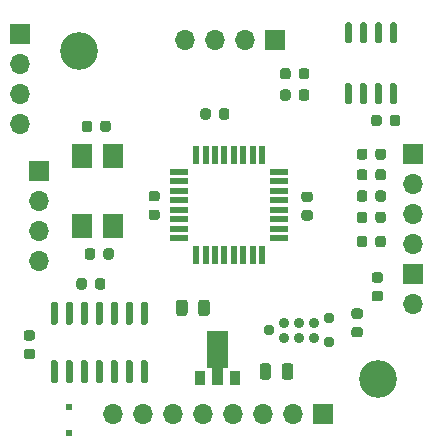
<source format=gbr>
%TF.GenerationSoftware,KiCad,Pcbnew,5.1.6-1.fc32*%
%TF.CreationDate,2020-08-28T03:42:22+01:00*%
%TF.ProjectId,ACNodeReader,41434e6f-6465-4526-9561-6465722e6b69,rev?*%
%TF.SameCoordinates,Original*%
%TF.FileFunction,Soldermask,Top*%
%TF.FilePolarity,Negative*%
%FSLAX46Y46*%
G04 Gerber Fmt 4.6, Leading zero omitted, Abs format (unit mm)*
G04 Created by KiCad (PCBNEW 5.1.6-1.fc32) date 2020-08-28 03:42:22*
%MOMM*%
%LPD*%
G01*
G04 APERTURE LIST*
%ADD10O,1.700000X1.700000*%
%ADD11R,1.700000X1.700000*%
%ADD12R,0.500000X0.500000*%
%ADD13C,3.200000*%
%ADD14R,1.700000X2.100000*%
%ADD15R,0.550000X1.600000*%
%ADD16R,1.600000X0.550000*%
%ADD17C,0.100000*%
%ADD18R,0.900000X1.300000*%
%ADD19C,0.889000*%
%ADD20C,0.949960*%
G04 APERTURE END LIST*
D10*
%TO.C,J7*%
X112522000Y-73660000D03*
X112522000Y-71120000D03*
X112522000Y-68580000D03*
D11*
X112522000Y-66040000D03*
%TD*%
D12*
%TO.C,D1*%
X116649500Y-97642500D03*
X116649500Y-99842500D03*
%TD*%
D10*
%TO.C,J6*%
X114109500Y-85217000D03*
X114109500Y-82677000D03*
X114109500Y-80137000D03*
D11*
X114109500Y-77597000D03*
%TD*%
D10*
%TO.C,J5*%
X145732500Y-83820000D03*
X145732500Y-81280000D03*
X145732500Y-78740000D03*
D11*
X145732500Y-76200000D03*
%TD*%
D10*
%TO.C,J4*%
X145732500Y-88900000D03*
D11*
X145732500Y-86360000D03*
%TD*%
D10*
%TO.C,J1*%
X120396000Y-98200000D03*
X122936000Y-98200000D03*
X125476000Y-98200000D03*
X128016000Y-98200000D03*
X130556000Y-98200000D03*
X133096000Y-98200000D03*
X135636000Y-98200000D03*
D11*
X138176000Y-98200000D03*
%TD*%
D13*
%TO.C,H1*%
X117500000Y-67500000D03*
%TD*%
%TO.C,H2*%
X142800000Y-95200000D03*
%TD*%
D14*
%TO.C,Y1*%
X120400000Y-76350000D03*
X120400000Y-82250000D03*
X117700000Y-82250000D03*
X117700000Y-76350000D03*
%TD*%
%TO.C,U4*%
G36*
G01*
X143955000Y-70200000D02*
X144255000Y-70200000D01*
G75*
G02*
X144405000Y-70350000I0J-150000D01*
G01*
X144405000Y-71800000D01*
G75*
G02*
X144255000Y-71950000I-150000J0D01*
G01*
X143955000Y-71950000D01*
G75*
G02*
X143805000Y-71800000I0J150000D01*
G01*
X143805000Y-70350000D01*
G75*
G02*
X143955000Y-70200000I150000J0D01*
G01*
G37*
G36*
G01*
X142685000Y-70200000D02*
X142985000Y-70200000D01*
G75*
G02*
X143135000Y-70350000I0J-150000D01*
G01*
X143135000Y-71800000D01*
G75*
G02*
X142985000Y-71950000I-150000J0D01*
G01*
X142685000Y-71950000D01*
G75*
G02*
X142535000Y-71800000I0J150000D01*
G01*
X142535000Y-70350000D01*
G75*
G02*
X142685000Y-70200000I150000J0D01*
G01*
G37*
G36*
G01*
X141415000Y-70200000D02*
X141715000Y-70200000D01*
G75*
G02*
X141865000Y-70350000I0J-150000D01*
G01*
X141865000Y-71800000D01*
G75*
G02*
X141715000Y-71950000I-150000J0D01*
G01*
X141415000Y-71950000D01*
G75*
G02*
X141265000Y-71800000I0J150000D01*
G01*
X141265000Y-70350000D01*
G75*
G02*
X141415000Y-70200000I150000J0D01*
G01*
G37*
G36*
G01*
X140145000Y-70200000D02*
X140445000Y-70200000D01*
G75*
G02*
X140595000Y-70350000I0J-150000D01*
G01*
X140595000Y-71800000D01*
G75*
G02*
X140445000Y-71950000I-150000J0D01*
G01*
X140145000Y-71950000D01*
G75*
G02*
X139995000Y-71800000I0J150000D01*
G01*
X139995000Y-70350000D01*
G75*
G02*
X140145000Y-70200000I150000J0D01*
G01*
G37*
G36*
G01*
X140145000Y-65050000D02*
X140445000Y-65050000D01*
G75*
G02*
X140595000Y-65200000I0J-150000D01*
G01*
X140595000Y-66650000D01*
G75*
G02*
X140445000Y-66800000I-150000J0D01*
G01*
X140145000Y-66800000D01*
G75*
G02*
X139995000Y-66650000I0J150000D01*
G01*
X139995000Y-65200000D01*
G75*
G02*
X140145000Y-65050000I150000J0D01*
G01*
G37*
G36*
G01*
X141415000Y-65050000D02*
X141715000Y-65050000D01*
G75*
G02*
X141865000Y-65200000I0J-150000D01*
G01*
X141865000Y-66650000D01*
G75*
G02*
X141715000Y-66800000I-150000J0D01*
G01*
X141415000Y-66800000D01*
G75*
G02*
X141265000Y-66650000I0J150000D01*
G01*
X141265000Y-65200000D01*
G75*
G02*
X141415000Y-65050000I150000J0D01*
G01*
G37*
G36*
G01*
X142685000Y-65050000D02*
X142985000Y-65050000D01*
G75*
G02*
X143135000Y-65200000I0J-150000D01*
G01*
X143135000Y-66650000D01*
G75*
G02*
X142985000Y-66800000I-150000J0D01*
G01*
X142685000Y-66800000D01*
G75*
G02*
X142535000Y-66650000I0J150000D01*
G01*
X142535000Y-65200000D01*
G75*
G02*
X142685000Y-65050000I150000J0D01*
G01*
G37*
G36*
G01*
X143955000Y-65050000D02*
X144255000Y-65050000D01*
G75*
G02*
X144405000Y-65200000I0J-150000D01*
G01*
X144405000Y-66650000D01*
G75*
G02*
X144255000Y-66800000I-150000J0D01*
G01*
X143955000Y-66800000D01*
G75*
G02*
X143805000Y-66650000I0J150000D01*
G01*
X143805000Y-65200000D01*
G75*
G02*
X143955000Y-65050000I150000J0D01*
G01*
G37*
%TD*%
%TO.C,U3*%
G36*
G01*
X115529500Y-90650000D02*
X115229500Y-90650000D01*
G75*
G02*
X115079500Y-90500000I0J150000D01*
G01*
X115079500Y-88850000D01*
G75*
G02*
X115229500Y-88700000I150000J0D01*
G01*
X115529500Y-88700000D01*
G75*
G02*
X115679500Y-88850000I0J-150000D01*
G01*
X115679500Y-90500000D01*
G75*
G02*
X115529500Y-90650000I-150000J0D01*
G01*
G37*
G36*
G01*
X116799500Y-90650000D02*
X116499500Y-90650000D01*
G75*
G02*
X116349500Y-90500000I0J150000D01*
G01*
X116349500Y-88850000D01*
G75*
G02*
X116499500Y-88700000I150000J0D01*
G01*
X116799500Y-88700000D01*
G75*
G02*
X116949500Y-88850000I0J-150000D01*
G01*
X116949500Y-90500000D01*
G75*
G02*
X116799500Y-90650000I-150000J0D01*
G01*
G37*
G36*
G01*
X118069500Y-90650000D02*
X117769500Y-90650000D01*
G75*
G02*
X117619500Y-90500000I0J150000D01*
G01*
X117619500Y-88850000D01*
G75*
G02*
X117769500Y-88700000I150000J0D01*
G01*
X118069500Y-88700000D01*
G75*
G02*
X118219500Y-88850000I0J-150000D01*
G01*
X118219500Y-90500000D01*
G75*
G02*
X118069500Y-90650000I-150000J0D01*
G01*
G37*
G36*
G01*
X119339500Y-90650000D02*
X119039500Y-90650000D01*
G75*
G02*
X118889500Y-90500000I0J150000D01*
G01*
X118889500Y-88850000D01*
G75*
G02*
X119039500Y-88700000I150000J0D01*
G01*
X119339500Y-88700000D01*
G75*
G02*
X119489500Y-88850000I0J-150000D01*
G01*
X119489500Y-90500000D01*
G75*
G02*
X119339500Y-90650000I-150000J0D01*
G01*
G37*
G36*
G01*
X120609500Y-90650000D02*
X120309500Y-90650000D01*
G75*
G02*
X120159500Y-90500000I0J150000D01*
G01*
X120159500Y-88850000D01*
G75*
G02*
X120309500Y-88700000I150000J0D01*
G01*
X120609500Y-88700000D01*
G75*
G02*
X120759500Y-88850000I0J-150000D01*
G01*
X120759500Y-90500000D01*
G75*
G02*
X120609500Y-90650000I-150000J0D01*
G01*
G37*
G36*
G01*
X121879500Y-90650000D02*
X121579500Y-90650000D01*
G75*
G02*
X121429500Y-90500000I0J150000D01*
G01*
X121429500Y-88850000D01*
G75*
G02*
X121579500Y-88700000I150000J0D01*
G01*
X121879500Y-88700000D01*
G75*
G02*
X122029500Y-88850000I0J-150000D01*
G01*
X122029500Y-90500000D01*
G75*
G02*
X121879500Y-90650000I-150000J0D01*
G01*
G37*
G36*
G01*
X123149500Y-90650000D02*
X122849500Y-90650000D01*
G75*
G02*
X122699500Y-90500000I0J150000D01*
G01*
X122699500Y-88850000D01*
G75*
G02*
X122849500Y-88700000I150000J0D01*
G01*
X123149500Y-88700000D01*
G75*
G02*
X123299500Y-88850000I0J-150000D01*
G01*
X123299500Y-90500000D01*
G75*
G02*
X123149500Y-90650000I-150000J0D01*
G01*
G37*
G36*
G01*
X123149500Y-95600000D02*
X122849500Y-95600000D01*
G75*
G02*
X122699500Y-95450000I0J150000D01*
G01*
X122699500Y-93800000D01*
G75*
G02*
X122849500Y-93650000I150000J0D01*
G01*
X123149500Y-93650000D01*
G75*
G02*
X123299500Y-93800000I0J-150000D01*
G01*
X123299500Y-95450000D01*
G75*
G02*
X123149500Y-95600000I-150000J0D01*
G01*
G37*
G36*
G01*
X121879500Y-95600000D02*
X121579500Y-95600000D01*
G75*
G02*
X121429500Y-95450000I0J150000D01*
G01*
X121429500Y-93800000D01*
G75*
G02*
X121579500Y-93650000I150000J0D01*
G01*
X121879500Y-93650000D01*
G75*
G02*
X122029500Y-93800000I0J-150000D01*
G01*
X122029500Y-95450000D01*
G75*
G02*
X121879500Y-95600000I-150000J0D01*
G01*
G37*
G36*
G01*
X120609500Y-95600000D02*
X120309500Y-95600000D01*
G75*
G02*
X120159500Y-95450000I0J150000D01*
G01*
X120159500Y-93800000D01*
G75*
G02*
X120309500Y-93650000I150000J0D01*
G01*
X120609500Y-93650000D01*
G75*
G02*
X120759500Y-93800000I0J-150000D01*
G01*
X120759500Y-95450000D01*
G75*
G02*
X120609500Y-95600000I-150000J0D01*
G01*
G37*
G36*
G01*
X119339500Y-95600000D02*
X119039500Y-95600000D01*
G75*
G02*
X118889500Y-95450000I0J150000D01*
G01*
X118889500Y-93800000D01*
G75*
G02*
X119039500Y-93650000I150000J0D01*
G01*
X119339500Y-93650000D01*
G75*
G02*
X119489500Y-93800000I0J-150000D01*
G01*
X119489500Y-95450000D01*
G75*
G02*
X119339500Y-95600000I-150000J0D01*
G01*
G37*
G36*
G01*
X118069500Y-95600000D02*
X117769500Y-95600000D01*
G75*
G02*
X117619500Y-95450000I0J150000D01*
G01*
X117619500Y-93800000D01*
G75*
G02*
X117769500Y-93650000I150000J0D01*
G01*
X118069500Y-93650000D01*
G75*
G02*
X118219500Y-93800000I0J-150000D01*
G01*
X118219500Y-95450000D01*
G75*
G02*
X118069500Y-95600000I-150000J0D01*
G01*
G37*
G36*
G01*
X116799500Y-95600000D02*
X116499500Y-95600000D01*
G75*
G02*
X116349500Y-95450000I0J150000D01*
G01*
X116349500Y-93800000D01*
G75*
G02*
X116499500Y-93650000I150000J0D01*
G01*
X116799500Y-93650000D01*
G75*
G02*
X116949500Y-93800000I0J-150000D01*
G01*
X116949500Y-95450000D01*
G75*
G02*
X116799500Y-95600000I-150000J0D01*
G01*
G37*
G36*
G01*
X115529500Y-95600000D02*
X115229500Y-95600000D01*
G75*
G02*
X115079500Y-95450000I0J150000D01*
G01*
X115079500Y-93800000D01*
G75*
G02*
X115229500Y-93650000I150000J0D01*
G01*
X115529500Y-93650000D01*
G75*
G02*
X115679500Y-93800000I0J-150000D01*
G01*
X115679500Y-95450000D01*
G75*
G02*
X115529500Y-95600000I-150000J0D01*
G01*
G37*
%TD*%
D15*
%TO.C,U2*%
X127400000Y-76250000D03*
X128200000Y-76250000D03*
X129000000Y-76250000D03*
X129800000Y-76250000D03*
X130600000Y-76250000D03*
X131400000Y-76250000D03*
X132200000Y-76250000D03*
X133000000Y-76250000D03*
D16*
X134450000Y-77700000D03*
X134450000Y-78500000D03*
X134450000Y-79300000D03*
X134450000Y-80100000D03*
X134450000Y-80900000D03*
X134450000Y-81700000D03*
X134450000Y-82500000D03*
X134450000Y-83300000D03*
D15*
X133000000Y-84750000D03*
X132200000Y-84750000D03*
X131400000Y-84750000D03*
X130600000Y-84750000D03*
X129800000Y-84750000D03*
X129000000Y-84750000D03*
X128200000Y-84750000D03*
X127400000Y-84750000D03*
D16*
X125950000Y-83300000D03*
X125950000Y-82500000D03*
X125950000Y-81700000D03*
X125950000Y-80900000D03*
X125950000Y-80100000D03*
X125950000Y-79300000D03*
X125950000Y-78500000D03*
X125950000Y-77700000D03*
%TD*%
D17*
%TO.C,U1*%
G36*
X130089000Y-91172000D02*
G01*
X130089000Y-94297000D01*
X129672500Y-94297000D01*
X129672500Y-95772000D01*
X128772500Y-95772000D01*
X128772500Y-94297000D01*
X128356000Y-94297000D01*
X128356000Y-91172000D01*
X130089000Y-91172000D01*
G37*
D18*
X130722500Y-95122000D03*
X127722500Y-95122000D03*
%TD*%
%TO.C,R11*%
G36*
G01*
X140777250Y-90837500D02*
X141289750Y-90837500D01*
G75*
G02*
X141508500Y-91056250I0J-218750D01*
G01*
X141508500Y-91493750D01*
G75*
G02*
X141289750Y-91712500I-218750J0D01*
G01*
X140777250Y-91712500D01*
G75*
G02*
X140558500Y-91493750I0J218750D01*
G01*
X140558500Y-91056250D01*
G75*
G02*
X140777250Y-90837500I218750J0D01*
G01*
G37*
G36*
G01*
X140777250Y-89262500D02*
X141289750Y-89262500D01*
G75*
G02*
X141508500Y-89481250I0J-218750D01*
G01*
X141508500Y-89918750D01*
G75*
G02*
X141289750Y-90137500I-218750J0D01*
G01*
X140777250Y-90137500D01*
G75*
G02*
X140558500Y-89918750I0J218750D01*
G01*
X140558500Y-89481250D01*
G75*
G02*
X140777250Y-89262500I218750J0D01*
G01*
G37*
%TD*%
%TO.C,R9*%
G36*
G01*
X142590000Y-78206250D02*
X142590000Y-77693750D01*
G75*
G02*
X142808750Y-77475000I218750J0D01*
G01*
X143246250Y-77475000D01*
G75*
G02*
X143465000Y-77693750I0J-218750D01*
G01*
X143465000Y-78206250D01*
G75*
G02*
X143246250Y-78425000I-218750J0D01*
G01*
X142808750Y-78425000D01*
G75*
G02*
X142590000Y-78206250I0J218750D01*
G01*
G37*
G36*
G01*
X141015000Y-78206250D02*
X141015000Y-77693750D01*
G75*
G02*
X141233750Y-77475000I218750J0D01*
G01*
X141671250Y-77475000D01*
G75*
G02*
X141890000Y-77693750I0J-218750D01*
G01*
X141890000Y-78206250D01*
G75*
G02*
X141671250Y-78425000I-218750J0D01*
G01*
X141233750Y-78425000D01*
G75*
G02*
X141015000Y-78206250I0J218750D01*
G01*
G37*
%TD*%
%TO.C,R8*%
G36*
G01*
X141890000Y-79493750D02*
X141890000Y-80006250D01*
G75*
G02*
X141671250Y-80225000I-218750J0D01*
G01*
X141233750Y-80225000D01*
G75*
G02*
X141015000Y-80006250I0J218750D01*
G01*
X141015000Y-79493750D01*
G75*
G02*
X141233750Y-79275000I218750J0D01*
G01*
X141671250Y-79275000D01*
G75*
G02*
X141890000Y-79493750I0J-218750D01*
G01*
G37*
G36*
G01*
X143465000Y-79493750D02*
X143465000Y-80006250D01*
G75*
G02*
X143246250Y-80225000I-218750J0D01*
G01*
X142808750Y-80225000D01*
G75*
G02*
X142590000Y-80006250I0J218750D01*
G01*
X142590000Y-79493750D01*
G75*
G02*
X142808750Y-79275000I218750J0D01*
G01*
X143246250Y-79275000D01*
G75*
G02*
X143465000Y-79493750I0J-218750D01*
G01*
G37*
%TD*%
%TO.C,R7*%
G36*
G01*
X141890000Y-83343750D02*
X141890000Y-83856250D01*
G75*
G02*
X141671250Y-84075000I-218750J0D01*
G01*
X141233750Y-84075000D01*
G75*
G02*
X141015000Y-83856250I0J218750D01*
G01*
X141015000Y-83343750D01*
G75*
G02*
X141233750Y-83125000I218750J0D01*
G01*
X141671250Y-83125000D01*
G75*
G02*
X141890000Y-83343750I0J-218750D01*
G01*
G37*
G36*
G01*
X143465000Y-83343750D02*
X143465000Y-83856250D01*
G75*
G02*
X143246250Y-84075000I-218750J0D01*
G01*
X142808750Y-84075000D01*
G75*
G02*
X142590000Y-83856250I0J218750D01*
G01*
X142590000Y-83343750D01*
G75*
G02*
X142808750Y-83125000I218750J0D01*
G01*
X143246250Y-83125000D01*
G75*
G02*
X143465000Y-83343750I0J-218750D01*
G01*
G37*
%TD*%
%TO.C,R6*%
G36*
G01*
X141890000Y-81293750D02*
X141890000Y-81806250D01*
G75*
G02*
X141671250Y-82025000I-218750J0D01*
G01*
X141233750Y-82025000D01*
G75*
G02*
X141015000Y-81806250I0J218750D01*
G01*
X141015000Y-81293750D01*
G75*
G02*
X141233750Y-81075000I218750J0D01*
G01*
X141671250Y-81075000D01*
G75*
G02*
X141890000Y-81293750I0J-218750D01*
G01*
G37*
G36*
G01*
X143465000Y-81293750D02*
X143465000Y-81806250D01*
G75*
G02*
X143246250Y-82025000I-218750J0D01*
G01*
X142808750Y-82025000D01*
G75*
G02*
X142590000Y-81806250I0J218750D01*
G01*
X142590000Y-81293750D01*
G75*
G02*
X142808750Y-81075000I218750J0D01*
G01*
X143246250Y-81075000D01*
G75*
G02*
X143465000Y-81293750I0J-218750D01*
G01*
G37*
%TD*%
%TO.C,R5*%
G36*
G01*
X141890000Y-75943750D02*
X141890000Y-76456250D01*
G75*
G02*
X141671250Y-76675000I-218750J0D01*
G01*
X141233750Y-76675000D01*
G75*
G02*
X141015000Y-76456250I0J218750D01*
G01*
X141015000Y-75943750D01*
G75*
G02*
X141233750Y-75725000I218750J0D01*
G01*
X141671250Y-75725000D01*
G75*
G02*
X141890000Y-75943750I0J-218750D01*
G01*
G37*
G36*
G01*
X143465000Y-75943750D02*
X143465000Y-76456250D01*
G75*
G02*
X143246250Y-76675000I-218750J0D01*
G01*
X142808750Y-76675000D01*
G75*
G02*
X142590000Y-76456250I0J218750D01*
G01*
X142590000Y-75943750D01*
G75*
G02*
X142808750Y-75725000I218750J0D01*
G01*
X143246250Y-75725000D01*
G75*
G02*
X143465000Y-75943750I0J-218750D01*
G01*
G37*
%TD*%
%TO.C,R4*%
G36*
G01*
X129337500Y-73056250D02*
X129337500Y-72543750D01*
G75*
G02*
X129556250Y-72325000I218750J0D01*
G01*
X129993750Y-72325000D01*
G75*
G02*
X130212500Y-72543750I0J-218750D01*
G01*
X130212500Y-73056250D01*
G75*
G02*
X129993750Y-73275000I-218750J0D01*
G01*
X129556250Y-73275000D01*
G75*
G02*
X129337500Y-73056250I0J218750D01*
G01*
G37*
G36*
G01*
X127762500Y-73056250D02*
X127762500Y-72543750D01*
G75*
G02*
X127981250Y-72325000I218750J0D01*
G01*
X128418750Y-72325000D01*
G75*
G02*
X128637500Y-72543750I0J-218750D01*
G01*
X128637500Y-73056250D01*
G75*
G02*
X128418750Y-73275000I-218750J0D01*
G01*
X127981250Y-73275000D01*
G75*
G02*
X127762500Y-73056250I0J218750D01*
G01*
G37*
%TD*%
%TO.C,R3*%
G36*
G01*
X118841000Y-87441750D02*
X118841000Y-86929250D01*
G75*
G02*
X119059750Y-86710500I218750J0D01*
G01*
X119497250Y-86710500D01*
G75*
G02*
X119716000Y-86929250I0J-218750D01*
G01*
X119716000Y-87441750D01*
G75*
G02*
X119497250Y-87660500I-218750J0D01*
G01*
X119059750Y-87660500D01*
G75*
G02*
X118841000Y-87441750I0J218750D01*
G01*
G37*
G36*
G01*
X117266000Y-87441750D02*
X117266000Y-86929250D01*
G75*
G02*
X117484750Y-86710500I218750J0D01*
G01*
X117922250Y-86710500D01*
G75*
G02*
X118141000Y-86929250I0J-218750D01*
G01*
X118141000Y-87441750D01*
G75*
G02*
X117922250Y-87660500I-218750J0D01*
G01*
X117484750Y-87660500D01*
G75*
G02*
X117266000Y-87441750I0J218750D01*
G01*
G37*
%TD*%
%TO.C,R2*%
G36*
G01*
X136100000Y-71456250D02*
X136100000Y-70943750D01*
G75*
G02*
X136318750Y-70725000I218750J0D01*
G01*
X136756250Y-70725000D01*
G75*
G02*
X136975000Y-70943750I0J-218750D01*
G01*
X136975000Y-71456250D01*
G75*
G02*
X136756250Y-71675000I-218750J0D01*
G01*
X136318750Y-71675000D01*
G75*
G02*
X136100000Y-71456250I0J218750D01*
G01*
G37*
G36*
G01*
X134525000Y-71456250D02*
X134525000Y-70943750D01*
G75*
G02*
X134743750Y-70725000I218750J0D01*
G01*
X135181250Y-70725000D01*
G75*
G02*
X135400000Y-70943750I0J-218750D01*
G01*
X135400000Y-71456250D01*
G75*
G02*
X135181250Y-71675000I-218750J0D01*
G01*
X134743750Y-71675000D01*
G75*
G02*
X134525000Y-71456250I0J218750D01*
G01*
G37*
%TD*%
%TO.C,R1*%
G36*
G01*
X136100000Y-69656250D02*
X136100000Y-69143750D01*
G75*
G02*
X136318750Y-68925000I218750J0D01*
G01*
X136756250Y-68925000D01*
G75*
G02*
X136975000Y-69143750I0J-218750D01*
G01*
X136975000Y-69656250D01*
G75*
G02*
X136756250Y-69875000I-218750J0D01*
G01*
X136318750Y-69875000D01*
G75*
G02*
X136100000Y-69656250I0J218750D01*
G01*
G37*
G36*
G01*
X134525000Y-69656250D02*
X134525000Y-69143750D01*
G75*
G02*
X134743750Y-68925000I218750J0D01*
G01*
X135181250Y-68925000D01*
G75*
G02*
X135400000Y-69143750I0J-218750D01*
G01*
X135400000Y-69656250D01*
G75*
G02*
X135181250Y-69875000I-218750J0D01*
G01*
X134743750Y-69875000D01*
G75*
G02*
X134525000Y-69656250I0J218750D01*
G01*
G37*
%TD*%
D10*
%TO.C,J3*%
X126480000Y-66500000D03*
X129020000Y-66500000D03*
X131560000Y-66500000D03*
D11*
X134100000Y-66500000D03*
%TD*%
D19*
%TO.C,J2*%
X137350500Y-90487500D03*
X137350500Y-91757500D03*
X136080500Y-90487500D03*
X136080500Y-91757500D03*
X134810500Y-90487500D03*
X134810500Y-91757500D03*
D20*
X138620500Y-92138500D03*
X138620500Y-90106500D03*
X133540500Y-91122500D03*
%TD*%
%TO.C,C10*%
G36*
G01*
X142491750Y-87789500D02*
X143004250Y-87789500D01*
G75*
G02*
X143223000Y-88008250I0J-218750D01*
G01*
X143223000Y-88445750D01*
G75*
G02*
X143004250Y-88664500I-218750J0D01*
G01*
X142491750Y-88664500D01*
G75*
G02*
X142273000Y-88445750I0J218750D01*
G01*
X142273000Y-88008250D01*
G75*
G02*
X142491750Y-87789500I218750J0D01*
G01*
G37*
G36*
G01*
X142491750Y-86214500D02*
X143004250Y-86214500D01*
G75*
G02*
X143223000Y-86433250I0J-218750D01*
G01*
X143223000Y-86870750D01*
G75*
G02*
X143004250Y-87089500I-218750J0D01*
G01*
X142491750Y-87089500D01*
G75*
G02*
X142273000Y-86870750I0J218750D01*
G01*
X142273000Y-86433250D01*
G75*
G02*
X142491750Y-86214500I218750J0D01*
G01*
G37*
%TD*%
%TO.C,C9*%
G36*
G01*
X143100000Y-73093750D02*
X143100000Y-73606250D01*
G75*
G02*
X142881250Y-73825000I-218750J0D01*
G01*
X142443750Y-73825000D01*
G75*
G02*
X142225000Y-73606250I0J218750D01*
G01*
X142225000Y-73093750D01*
G75*
G02*
X142443750Y-72875000I218750J0D01*
G01*
X142881250Y-72875000D01*
G75*
G02*
X143100000Y-73093750I0J-218750D01*
G01*
G37*
G36*
G01*
X144675000Y-73093750D02*
X144675000Y-73606250D01*
G75*
G02*
X144456250Y-73825000I-218750J0D01*
G01*
X144018750Y-73825000D01*
G75*
G02*
X143800000Y-73606250I0J218750D01*
G01*
X143800000Y-73093750D01*
G75*
G02*
X144018750Y-72875000I218750J0D01*
G01*
X144456250Y-72875000D01*
G75*
G02*
X144675000Y-73093750I0J-218750D01*
G01*
G37*
%TD*%
%TO.C,C8*%
G36*
G01*
X123593750Y-80900000D02*
X124106250Y-80900000D01*
G75*
G02*
X124325000Y-81118750I0J-218750D01*
G01*
X124325000Y-81556250D01*
G75*
G02*
X124106250Y-81775000I-218750J0D01*
G01*
X123593750Y-81775000D01*
G75*
G02*
X123375000Y-81556250I0J218750D01*
G01*
X123375000Y-81118750D01*
G75*
G02*
X123593750Y-80900000I218750J0D01*
G01*
G37*
G36*
G01*
X123593750Y-79325000D02*
X124106250Y-79325000D01*
G75*
G02*
X124325000Y-79543750I0J-218750D01*
G01*
X124325000Y-79981250D01*
G75*
G02*
X124106250Y-80200000I-218750J0D01*
G01*
X123593750Y-80200000D01*
G75*
G02*
X123375000Y-79981250I0J218750D01*
G01*
X123375000Y-79543750D01*
G75*
G02*
X123593750Y-79325000I218750J0D01*
G01*
G37*
%TD*%
%TO.C,C6*%
G36*
G01*
X113027750Y-92679000D02*
X113540250Y-92679000D01*
G75*
G02*
X113759000Y-92897750I0J-218750D01*
G01*
X113759000Y-93335250D01*
G75*
G02*
X113540250Y-93554000I-218750J0D01*
G01*
X113027750Y-93554000D01*
G75*
G02*
X112809000Y-93335250I0J218750D01*
G01*
X112809000Y-92897750D01*
G75*
G02*
X113027750Y-92679000I218750J0D01*
G01*
G37*
G36*
G01*
X113027750Y-91104000D02*
X113540250Y-91104000D01*
G75*
G02*
X113759000Y-91322750I0J-218750D01*
G01*
X113759000Y-91760250D01*
G75*
G02*
X113540250Y-91979000I-218750J0D01*
G01*
X113027750Y-91979000D01*
G75*
G02*
X112809000Y-91760250I0J218750D01*
G01*
X112809000Y-91322750D01*
G75*
G02*
X113027750Y-91104000I218750J0D01*
G01*
G37*
%TD*%
%TO.C,C5*%
G36*
G01*
X119550000Y-84906250D02*
X119550000Y-84393750D01*
G75*
G02*
X119768750Y-84175000I218750J0D01*
G01*
X120206250Y-84175000D01*
G75*
G02*
X120425000Y-84393750I0J-218750D01*
G01*
X120425000Y-84906250D01*
G75*
G02*
X120206250Y-85125000I-218750J0D01*
G01*
X119768750Y-85125000D01*
G75*
G02*
X119550000Y-84906250I0J218750D01*
G01*
G37*
G36*
G01*
X117975000Y-84906250D02*
X117975000Y-84393750D01*
G75*
G02*
X118193750Y-84175000I218750J0D01*
G01*
X118631250Y-84175000D01*
G75*
G02*
X118850000Y-84393750I0J-218750D01*
G01*
X118850000Y-84906250D01*
G75*
G02*
X118631250Y-85125000I-218750J0D01*
G01*
X118193750Y-85125000D01*
G75*
G02*
X117975000Y-84906250I0J218750D01*
G01*
G37*
%TD*%
%TO.C,C4*%
G36*
G01*
X118600000Y-73593750D02*
X118600000Y-74106250D01*
G75*
G02*
X118381250Y-74325000I-218750J0D01*
G01*
X117943750Y-74325000D01*
G75*
G02*
X117725000Y-74106250I0J218750D01*
G01*
X117725000Y-73593750D01*
G75*
G02*
X117943750Y-73375000I218750J0D01*
G01*
X118381250Y-73375000D01*
G75*
G02*
X118600000Y-73593750I0J-218750D01*
G01*
G37*
G36*
G01*
X120175000Y-73593750D02*
X120175000Y-74106250D01*
G75*
G02*
X119956250Y-74325000I-218750J0D01*
G01*
X119518750Y-74325000D01*
G75*
G02*
X119300000Y-74106250I0J218750D01*
G01*
X119300000Y-73593750D01*
G75*
G02*
X119518750Y-73375000I218750J0D01*
G01*
X119956250Y-73375000D01*
G75*
G02*
X120175000Y-73593750I0J-218750D01*
G01*
G37*
%TD*%
%TO.C,C3*%
G36*
G01*
X136543750Y-80950000D02*
X137056250Y-80950000D01*
G75*
G02*
X137275000Y-81168750I0J-218750D01*
G01*
X137275000Y-81606250D01*
G75*
G02*
X137056250Y-81825000I-218750J0D01*
G01*
X136543750Y-81825000D01*
G75*
G02*
X136325000Y-81606250I0J218750D01*
G01*
X136325000Y-81168750D01*
G75*
G02*
X136543750Y-80950000I218750J0D01*
G01*
G37*
G36*
G01*
X136543750Y-79375000D02*
X137056250Y-79375000D01*
G75*
G02*
X137275000Y-79593750I0J-218750D01*
G01*
X137275000Y-80031250D01*
G75*
G02*
X137056250Y-80250000I-218750J0D01*
G01*
X136543750Y-80250000D01*
G75*
G02*
X136325000Y-80031250I0J218750D01*
G01*
X136325000Y-79593750D01*
G75*
G02*
X136543750Y-79375000I218750J0D01*
G01*
G37*
%TD*%
%TO.C,C2*%
G36*
G01*
X126677000Y-88761250D02*
X126677000Y-89673750D01*
G75*
G02*
X126433250Y-89917500I-243750J0D01*
G01*
X125945750Y-89917500D01*
G75*
G02*
X125702000Y-89673750I0J243750D01*
G01*
X125702000Y-88761250D01*
G75*
G02*
X125945750Y-88517500I243750J0D01*
G01*
X126433250Y-88517500D01*
G75*
G02*
X126677000Y-88761250I0J-243750D01*
G01*
G37*
G36*
G01*
X128552000Y-88761250D02*
X128552000Y-89673750D01*
G75*
G02*
X128308250Y-89917500I-243750J0D01*
G01*
X127820750Y-89917500D01*
G75*
G02*
X127577000Y-89673750I0J243750D01*
G01*
X127577000Y-88761250D01*
G75*
G02*
X127820750Y-88517500I243750J0D01*
G01*
X128308250Y-88517500D01*
G75*
G02*
X128552000Y-88761250I0J-243750D01*
G01*
G37*
%TD*%
%TO.C,C1*%
G36*
G01*
X134650000Y-95056250D02*
X134650000Y-94143750D01*
G75*
G02*
X134893750Y-93900000I243750J0D01*
G01*
X135381250Y-93900000D01*
G75*
G02*
X135625000Y-94143750I0J-243750D01*
G01*
X135625000Y-95056250D01*
G75*
G02*
X135381250Y-95300000I-243750J0D01*
G01*
X134893750Y-95300000D01*
G75*
G02*
X134650000Y-95056250I0J243750D01*
G01*
G37*
G36*
G01*
X132775000Y-95056250D02*
X132775000Y-94143750D01*
G75*
G02*
X133018750Y-93900000I243750J0D01*
G01*
X133506250Y-93900000D01*
G75*
G02*
X133750000Y-94143750I0J-243750D01*
G01*
X133750000Y-95056250D01*
G75*
G02*
X133506250Y-95300000I-243750J0D01*
G01*
X133018750Y-95300000D01*
G75*
G02*
X132775000Y-95056250I0J243750D01*
G01*
G37*
%TD*%
M02*

</source>
